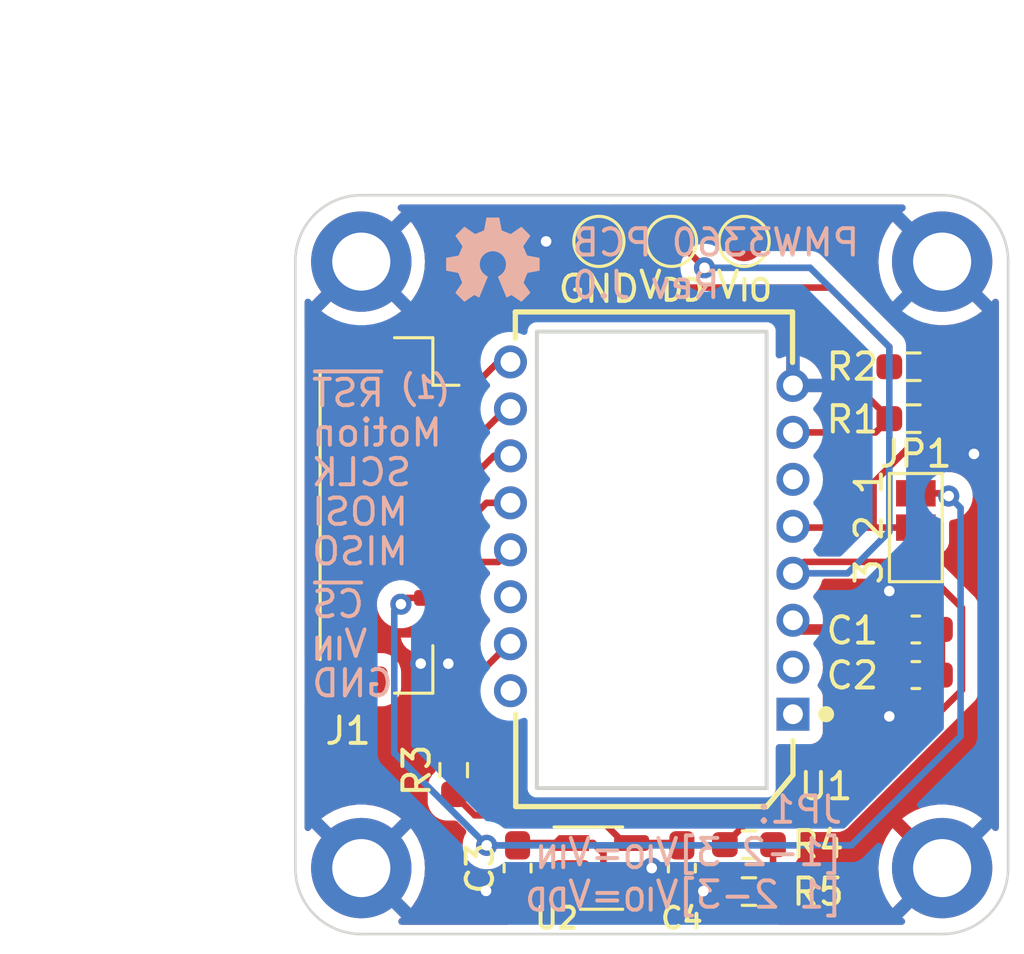
<source format=kicad_pcb>
(kicad_pcb (version 20221018) (generator pcbnew)
  (title_block (title "PMW3360 PCB") (date "2023-06-29") (rev "J.0") (company "SideraKB") (comment 1 "Open Source Hardware, CERN-OHL-P v2") (comment 2 "PMW3360DM-T2QU optical mouse sensor breakout board") (comment 3 "JST GH 1.25mm Connector"))
  (layers (0 "F.Cu" signal) (31 "B.Cu" signal) (34 "B.Paste" user) (35 "F.Paste" user) (36 "B.SilkS" user "B.Silkscreen") (37 "F.SilkS" user "F.Silkscreen") (38 "B.Mask" user) (39 "F.Mask" user) (44 "Edge.Cuts" user))
  (net 0 "")
  (net 1 "Net-(U1-VDDPIX)")
  (net 2 "GND")
  (net 3 "/MISO")
  (net 4 "/CS")
  (net 5 "/MOSI")
  (net 6 "/SCLK")
  (net 7 "/MOTION")
  (net 8 "/RESET")
  (net 9 "VDD")
  (net 10 "Net-(U1-LED_P)")
  (net 16 "V_{IO}")
  (net 17 "V_{IN}")
  (net 18 "Net-(U2-FB)")
  (footprint "Resistor_SMD:R_0603_1608Metric_Pad0.98x0.95mm_HandSolder" (layer "F.Cu") (at 197.0515 121.0338 180)
    (fp_text reference "R2" (at 2.3125 0) (layer "F.SilkS"))
    (fp_text value "10k")
    (fp_line (start -0.254724 -0.5225) (end 0.254724 -0.5225) (stroke (width 0.12)) (layer "F.SilkS"))
    (fp_line (start -0.254724 0.5225) (end 0.254724 0.5225) (stroke (width 0.12)) (layer "F.SilkS"))
    (pad "1" smd roundrect (at -0.9125 0 180) (size 0.975 0.95) (layers "F.Cu" "F.Paste" "F.Mask") (net 16 "V_{IO}"))
    (pad "2" smd roundrect (at 0.9125 0 180) (size 0.975 0.95) (layers "F.Cu" "F.Paste" "F.Mask") (net 3 "/MISO"))
  )
  (footprint "Resistor_SMD:R_0603_1608Metric_Pad0.98x0.95mm_HandSolder" (layer "F.Cu") (at 190.822 139.1448)
    (fp_text reference "R4" (at 2.617 -0.011) (layer "F.SilkS"))
    (fp_text value "28k")
    (fp_line (start -0.254724 -0.5225) (end 0.254724 -0.5225) (stroke (width 0.12)) (layer "F.SilkS"))
    (fp_line (start -0.254724 0.5225) (end 0.254724 0.5225) (stroke (width 0.12)) (layer "F.SilkS"))
    (pad "1" smd roundrect (at -0.9125 0) (size 0.975 0.95) (layers "F.Cu" "F.Paste" "F.Mask") (net 9 "VDD"))
    (pad "2" smd roundrect (at 0.9125 0) (size 0.975 0.95) (layers "F.Cu" "F.Paste" "F.Mask") (net 18 "Net-(U2-FB)"))
  )
  (footprint "PMW3360_PCB:PMW3360DM-T2QU 16Pin" (layer "F.Cu") (at 187.139 128.0338 90)
    (fp_text reference "U1" (at -8.9 6.6 180) (layer "F.SilkS"))
    (fp_text value "PMW3360DM-T2QU")
    (fp_line (start -9.668 -5.15) (end -6.168 -5.15) (stroke (width 0.2)) (layer "F.SilkS"))
    (fp_line (start -9.668 4.35) (end -9.668 -5.15) (stroke (width 0.2)) (layer "F.SilkS"))
    (fp_line (start -8.468 5.35) (end -9.668 4.35) (stroke (width 0.2)) (layer "F.SilkS"))
    (fp_line (start -7.168 5.35) (end -8.468 5.35) (stroke (width 0.2)) (layer "F.SilkS"))
    (fp_line (start 9.0772 -5.166) (end 8.0772 -5.166) (stroke (width 0.2)) (layer "F.SilkS"))
    (fp_line (start 9.0772 -5.166) (end 9.0772 5.334) (stroke (width 0.2)) (layer "F.SilkS"))
    (fp_line (start 9.0772 5.334) (end 7.1628 5.334) (stroke (width 0.2)) (layer "F.SilkS"))
    (fp_circle (center -6.168 6.604) (end -6.168 6.604) (stroke (width 0.61)) (fill solid) (layer "F.SilkS"))
    (fp_rect (start -8.968 4.35) (end 8.332 -4.35) (stroke (width 0.15)) (fill none) (layer "Edge.Cuts"))
    (pad "1" thru_hole rect locked (at -6.168 5.35 90) (size 1.25 1.25) (drill 0.75) (layers "*.Cu" "*.Mask"))
    (pad "2" thru_hole oval locked (at -4.388 5.35 90) (size 1.25 1.25) (drill 0.75) (layers "*.Cu" "*.Mask"))
    (pad "3" thru_hole oval locked (at -2.608 5.35 90) (size 1.25 1.25) (drill 0.75) (layers "*.Cu" "*.Mask") (net 1 "Net-(U1-VDDPIX)"))
    (pad "4" thru_hole oval locked (at -0.828 5.35 90) (size 1.25 1.25) (drill 0.75) (layers "*.Cu" "*.Mask") (net 9 "VDD"))
    (pad "5" thru_hole oval locked (at 0.952 5.35 90) (size 1.25 1.25) (drill 0.75) (layers "*.Cu" "*.Mask") (net 16 "V_{IO}"))
    (pad "6" thru_hole oval locked (at 2.732 5.35 90) (size 1.25 1.25) (drill 0.75) (layers "*.Cu" "*.Mask"))
    (pad "7" thru_hole oval locked (at 4.512 5.35 90) (size 1.25 1.25) (drill 0.75) (layers "*.Cu" "*.Mask") (net 8 "/RESET"))
    (pad "8" thru_hole oval locked (at 6.292 5.35 90) (size 1.25 1.25) (drill 0.75) (layers "*.Cu" "*.Mask") (net 2 "GND"))
    (pad "9" thru_hole oval locked (at 7.182 -5.35 90) (size 1.25 1.25) (drill 0.75) (layers "*.Cu" "*.Mask") (net 7 "/MOTION"))
    (pad "10" thru_hole oval locked (at 5.402 -5.35 90) (size 1.25 1.25) (drill 0.75) (layers "*.Cu" "*.Mask") (net 6 "/SCLK"))
    (pad "11" thru_hole oval locked (at 3.622 -5.35 90) (size 1.25 1.25) (drill 0.75) (layers "*.Cu" "*.Mask") (net 5 "/MOSI"))
    (pad "12" thru_hole oval locked (at 1.842 -5.35 90) (size 1.25 1.25) (drill 0.75) (layers "*.Cu" "*.Mask") (net 3 "/MISO"))
    (pad "13" thru_hole oval locked (at 0.062 -5.35 90) (size 1.25 1.25) (drill 0.75) (layers "*.Cu" "*.Mask") (net 4 "/CS"))
    (pad "14" thru_hole oval locked (at -1.718 -5.35 90) (size 1.25 1.25) (drill 0.75) (layers "*.Cu" "*.Mask"))
    (pad "15" thru_hole oval locked (at -3.498 -5.35 90) (size 1.25 1.25) (drill 0.75) (layers "*.Cu" "*.Mask") (net 10 "Net-(U1-LED_P)"))
    (pad "16" thru_hole oval locked (at -5.278 -5.35 90) (size 1.25 1.25) (drill 0.75) (layers "*.Cu" "*.Mask"))
    (zone (net 0) (net_name "") (layers "*.Cu" "F.CrtYd") (connect_pads (clearance 0)) (min_thickness 0.254)
      (keepout (tracks not_allowed) (vias not_allowed) (pads not_allowed) (copperpour not_allowed) (footprints not_allowed))
      (fill (thermal_gap 0.508) (thermal_bridge_width 0.508))
      (polygon (pts (xy 191.5078 119.7026) (xy 191.457 137.0254) (xy 182.7702 137.0254) (xy 182.7702 119.7026)))
    )
  )
  (footprint "MountingHole:MountingHole_2.2mm_M2_ISO14580_Pad" (layer "F.Cu") (at 176.139 140.0338)
    (fp_text reference "H1" hide)
    (fp_text value "MountingHole_Pad" hide)
    (pad "1" thru_hole circle locked (at 0 0) (size 3.8 3.8) (drill 2.2) (layers "*.Cu" "*.Mask") (net 2 "GND"))
  )
  (footprint "Resistor_SMD:R_0603_1608Metric_Pad0.98x0.95mm_HandSolder" (layer "F.Cu") (at 197.0515 123.0018 180)
    (fp_text reference "R1" (at 2.3125 -0.032) (layer "F.SilkS"))
    (fp_text value "10k")
    (fp_line (start -0.254724 -0.5225) (end 0.254724 -0.5225) (stroke (width 0.12)) (layer "F.SilkS"))
    (fp_line (start -0.254724 0.5225) (end 0.254724 0.5225) (stroke (width 0.12)) (layer "F.SilkS"))
    (pad "1" smd roundrect (at -0.9125 0 180) (size 0.975 0.95) (layers "F.Cu" "F.Paste" "F.Mask") (net 16 "V_{IO}"))
    (pad "2" smd roundrect (at 0.9125 0 180) (size 0.975 0.95) (layers "F.Cu" "F.Paste" "F.Mask") (net 8 "/RESET"))
  )
  (footprint "TestPoint:TestPoint_Pad_D1.5mm" (layer "F.Cu") (at 187.889 116.2838)
    (fp_text reference "TP2" hide)
    (fp_text value "V_{DD}")
    (fp_text user "V_{DD}" (at 0 1.65 unlocked) (layer "F.SilkS"))
    (fp_circle (center 0 0) (end 0 0.95) (stroke (width 0.12)) (fill none) (layer "F.SilkS"))
    (pad "1" smd circle (at 0 0) (size 1.5 1.5) (layers "F.Cu" "F.Mask") (net 9 "VDD"))
  )
  (footprint "Connector_JST:JST_GH_SM08B-GHS-TB_1x08-1MP_P1.25mm_Horizontal" (layer "F.Cu") (at 177.139 126.6698 -90)
    (fp_text reference "J1" (at 8.164 1.5 180) (layer "F.SilkS"))
    (fp_text value "Conn_01x08")
    (fp_line (start -6.735 -1.71) (end -4.935 -1.71) (stroke (width 0.12)) (layer "F.SilkS"))
    (fp_line (start -6.735 -0.26) (end -6.735 -1.71) (stroke (width 0.12)) (layer "F.SilkS"))
    (fp_line (start -5.465 2.56) (end 5.465 2.56) (stroke (width 0.12)) (layer "F.SilkS"))
    (fp_line (start -4.935 -1.71) (end -4.935 -2.7) (stroke (width 0.12)) (layer "F.SilkS"))
    (fp_line (start 6.735 -1.71) (end 4.935 -1.71) (stroke (width 0.12)) (layer "F.SilkS"))
    (fp_line (start 6.735 -0.26) (end 6.735 -1.71) (stroke (width 0.12)) (layer "F.SilkS"))
    (pad "1" smd roundrect (at -4.375 -1.85 270) (size 0.6 1.7) (layers "F.Cu" "F.Paste" "F.Mask") (roundrect_rratio 0) (chamfer_ratio 0.3) (chamfer top_left) (net 8 "/RESET"))
    (pad "2" smd roundrect (at -3.125 -1.85 270) (size 0.6 1.7) (layers "F.Cu" "F.Paste" "F.Mask") (net 7 "/MOTION"))
    (pad "3" smd roundrect (at -1.875 -1.85 270) (size 0.6 1.7) (layers "F.Cu" "F.Paste" "F.Mask") (net 6 "/SCLK"))
    (pad "4" smd roundrect (at -0.625 -1.85 270) (size 0.6 1.7) (layers "F.Cu" "F.Paste" "F.Mask") (net 5 "/MOSI"))
    (pad "5" smd roundrect (at 0.625 -1.85 270) (size 0.6 1.7) (layers "F.Cu" "F.Paste" "F.Mask") (net 3 "/MISO"))
    (pad "6" smd roundrect (at 1.875 -1.85 270) (size 0.6 1.7) (layers "F.Cu" "F.Paste" "F.Mask") (net 4 "/CS"))
    (pad "7" smd roundrect (at 3.125 -1.85 270) (size 0.6 1.7) (layers "F.Cu" "F.Paste" "F.Mask") (net 17 "V_{IN}"))
    (pad "8" smd roundrect (at 4.375 -1.85 270) (size 0.6 1.7) (layers "F.Cu" "F.Paste" "F.Mask") (net 2 "GND"))
    (pad "MP" smd roundrect (at -6.225 1.35 270) (size 1 2.7) (layers "F.Cu" "F.Paste" "F.Mask"))
    (pad "MP" smd roundrect (at 6.225 1.35 270) (size 1 2.7) (layers "F.Cu" "F.Paste" "F.Mask"))
  )
  (footprint "MountingHole:MountingHole_2.2mm_M2_ISO14580_Pad" (layer "F.Cu") (at 198.139 140.0338)
    (fp_text reference "H2" hide)
    (fp_text value "MountingHole_Pad" hide)
    (pad "1" thru_hole circle locked (at 0 0) (size 3.8 3.8) (drill 2.2) (layers "*.Cu" "*.Mask") (net 2 "GND"))
  )
  (footprint "Resistor_SMD:R_0603_1608Metric_Pad0.98x0.95mm_HandSolder" (layer "F.Cu") (at 179.639 136.3218 90)
    (fp_text reference "R3" (at -0.012 -1.4 90) (layer "F.SilkS"))
    (fp_text value "39R")
    (fp_line (start -0.254724 -0.5225) (end 0.254724 -0.5225) (stroke (width 0.12)) (layer "F.SilkS"))
    (fp_line (start -0.254724 0.5225) (end 0.254724 0.5225) (stroke (width 0.12)) (layer "F.SilkS"))
    (pad "1" smd roundrect (at -0.9125 0 90) (size 0.975 0.95) (layers "F.Cu" "F.Paste" "F.Mask") (net 9 "VDD"))
    (pad "2" smd roundrect (at 0.9125 0 90) (size 0.975 0.95) (layers "F.Cu" "F.Paste" "F.Mask") (net 10 "Net-(U1-LED_P)"))
  )
  (footprint "Capacitor_SMD:C_0603_1608Metric_Pad1.08x0.95mm_HandSolder" (layer "F.Cu") (at 188.282 140.0338 -90)
    (fp_text reference "C4" (at 1.9 0 180) (layer "F.SilkS") (effects (font (size 0.8 0.8))))
    (fp_text value "4.7uF")
    (fp_line (start -0.146267 -0.51) (end 0.146267 -0.51) (stroke (width 0.12)) (layer "F.SilkS"))
    (fp_line (start -0.146267 0.51) (end 0.146267 0.51) (stroke (width 0.12)) (layer "F.SilkS"))
    (pad "1" smd roundrect (at -0.8625 0 270) (size 1.075 0.95) (layers "F.Cu" "F.Paste" "F.Mask") (net 9 "VDD"))
    (pad "2" smd roundrect (at 0.8625 0 270) (size 1.075 0.95) (layers "F.Cu" "F.Paste" "F.Mask") (net 2 "GND"))
  )
  (footprint "MountingHole:MountingHole_2.2mm_M2_ISO14580_Pad" (layer "F.Cu") (at 176.139 117.0498)
    (fp_text reference "H4" hide)
    (fp_text value "MountingHole_Pad" hide)
    (pad "1" thru_hole circle locked (at 0 0) (size 3.8 3.8) (drill 2.2) (layers "*.Cu" "*.Mask") (net 2 "GND"))
  )
  (footprint "TestPoint:TestPoint_Pad_D1.5mm" (layer "F.Cu") (at 190.639 116.2838)
    (fp_text reference "TP1" hide)
    (fp_text value "V_{IO}")
    (fp_text user "V_{IO}" (at 0 1.65 unlocked) (layer "F.SilkS"))
    (fp_circle (center 0 0) (end 0 0.95) (stroke (width 0.12)) (fill none) (layer "F.SilkS"))
    (pad "1" smd circle (at 0 0) (size 1.5 1.5) (layers "F.Cu" "F.Mask") (net 16 "V_{IO}"))
  )
  (footprint "MountingHole:MountingHole_2.2mm_M2_ISO14580_Pad" (layer "F.Cu") (at 198.139 117.0498)
    (fp_text reference "H3" hide)
    (fp_text value "MountingHole_Pad" hide)
    (pad "1" thru_hole circle locked (at 0 0) (size 3.8 3.8) (drill 2.2) (layers "*.Cu" "*.Mask") (net 2 "GND"))
  )
  (footprint "Capacitor_SMD:C_0603_1608Metric_Pad1.08x0.95mm_HandSolder" (layer "F.Cu") (at 182.059 140.0338 -90)
    (fp_text reference "C3" (at 0 1.42 90) (layer "F.SilkS"))
    (fp_text value "1uF")
    (fp_line (start -0.146267 -0.51) (end 0.146267 -0.51) (stroke (width 0.12)) (layer "F.SilkS"))
    (fp_line (start -0.146267 0.51) (end 0.146267 0.51) (stroke (width 0.12)) (layer "F.SilkS"))
    (pad "1" smd roundrect (at -0.8625 0 270) (size 1.075 0.95) (layers "F.Cu" "F.Paste" "F.Mask") (net 17 "V_{IN}") (clearance 0.135))
    (pad "2" smd roundrect (at 0.8625 0 270) (size 1.075 0.95) (layers "F.Cu" "F.Paste" "F.Mask") (net 2 "GND") (clearance 0.135))
  )
  (footprint "TestPoint:TestPoint_Pad_D1.5mm" (layer "F.Cu") (at 185.139 116.2838)
    (fp_text reference "TP3" hide)
    (fp_text value "GND")
    (fp_text user "GND" (at 0 1.8024 unlocked) (layer "F.SilkS"))
    (fp_circle (center 0 0) (end 0 0.95) (stroke (width 0.12)) (fill none) (layer "F.SilkS"))
    (pad "1" smd circle (at 0 0) (size 1.5 1.5) (layers "F.Cu" "F.Mask") (net 2 "GND"))
  )
  (footprint "Capacitor_SMD:C_0603_1608Metric_Pad1.08x0.95mm_HandSolder" (layer "F.Cu") (at 197.1435 132.7178)
    (fp_text reference "C2" (at -2.4045 0.016) (layer "F.SilkS"))
    (fp_text value "100nF")
    (fp_line (start -0.146267 -0.51) (end 0.146267 -0.51) (stroke (width 0.12)) (layer "F.SilkS"))
    (fp_line (start -0.146267 0.51) (end 0.146267 0.51) (stroke (width 0.12)) (layer "F.SilkS"))
    (pad "1" smd roundrect (at -0.8625 0) (size 1.075 0.95) (layers "F.Cu" "F.Paste" "F.Mask") (net 1 "Net-(U1-VDDPIX)"))
    (pad "2" smd roundrect (at 0.8625 0) (size 1.075 0.95) (layers "F.Cu" "F.Paste" "F.Mask") (net 2 "GND"))
  )
  (footprint "Package_TO_SOT_SMD:SOT-23-5" (layer "F.Cu") (at 185.2395 140.0338)
    (fp_text reference "U2" (at -1.7005 1.9 180) (layer "F.SilkS") (effects (font (size 0.8 0.8))))
    (fp_text value "TPS73601DBV")
    (fp_line (start 0 -1.56) (end -1.8 -1.56) (stroke (width 0.12)) (layer "F.SilkS"))
    (fp_line (start 0 -1.56) (end 0.8 -1.56) (stroke (width 0.12)) (layer "F.SilkS"))
    (fp_line (start 0 1.56) (end -0.8 1.56) (stroke (width 0.12)) (layer "F.SilkS"))
    (fp_line (start 0 1.56) (end 0.8 1.56) (stroke (width 0.12)) (layer "F.SilkS"))
    (pad "1" smd roundrect (at -1.1375 -0.95) (size 1.325 0.6) (layers "F.Cu" "F.Paste" "F.Mask") (roundrect_rratio 0) (chamfer_ratio 0.3) (chamfer top_left) (net 17 "V_{IN}"))
    (pad "2" smd roundrect (at -1.1375 0) (size 1.325 0.6) (layers "F.Cu" "F.Paste" "F.Mask") (net 2 "GND"))
    (pad "3" smd roundrect (at -1.1375 0.95) (size 1.325 0.6) (layers "F.Cu" "F.Paste" "F.Mask") (net 17 "V_{IN}"))
    (pad "4" smd roundrect (at 1.1375 0.95) (size 1.325 0.6) (layers "F.Cu" "F.Paste" "F.Mask") (net 18 "Net-(U2-FB)"))
    (pad "5" smd roundrect (at 1.1375 -0.95) (size 1.325 0.6) (layers "F.Cu" "F.Paste" "F.Mask") (net 9 "VDD"))
  )
  (footprint "Resistor_SMD:R_0603_1608Metric_Pad0.98x0.95mm_HandSolder" (layer "F.Cu") (at 190.822 140.9228 180)
    (fp_text reference "R5" (at -2.617 -0.011 180) (layer "F.SilkS"))
    (fp_text value "56.2k")
    (fp_line (start -0.254724 -0.5225) (end 0.254724 -0.5225) (stroke (width 0.12)) (layer "F.SilkS"))
    (fp_line (start -0.254724 0.5225) (end 0.254724 0.5225) (stroke (width 0.12)) (layer "F.SilkS"))
    (pad "1" smd roundrect (at -0.9125 0 180) (size 0.975 0.95) (layers "F.Cu" "F.Paste" "F.Mask") (net 18 "Net-(U2-FB)"))
    (pad "2" smd roundrect (at 0.9125 0 180) (size 0.975 0.95) (layers "F.Cu" "F.Paste" "F.Mask") (net 2 "GND"))
  )
  (footprint "Jumper:SolderJumper-3_P1.3mm_Open_Pad1.0x1.5mm_NumberLabels" (layer "F.Cu") (at 197.1435 127.1298 -90)
    (fp_text reference "JP1" (at -2.796 0 180) (layer "F.SilkS"))
    (fp_text value "SolderJumper_3_Open")
    (fp_text user "1" (at -1.7272 1.778 90) (layer "F.SilkS"))
    (fp_text user "2" (at 0 1.778 90 unlocked) (layer "F.SilkS"))
    (fp_text user "3" (at 1.6764 1.778 90) (layer "F.SilkS"))
    (fp_line (start -2.05 -1) (end 2.05 -1) (stroke (width 0.12)) (layer "F.SilkS"))
    (fp_line (start -2.05 1) (end -2.05 -1) (stroke (width 0.12)) (layer "F.SilkS"))
    (fp_line (start 2.05 -1) (end 2.05 1) (stroke (width 0.12)) (layer "F.SilkS"))
    (fp_line (start 2.05 1) (end -2.05 1) (stroke (width 0.12)) (layer "F.SilkS"))
    (pad "1" smd rect (at -1.3 0 270) (size 1 1.5) (layers "F.Cu" "F.Mask") (net 17 "V_{IN}"))
    (pad "2" smd rect (at 0 0 270) (size 1 1.5) (layers "F.Cu" "F.Mask") (net 16 "V_{IO}"))
    (pad "3" smd rect (at 1.3 0 270) (size 1 1.5) (layers "F.Cu" "F.Mask") (net 9 "VDD") (clearance 0.135))
  )
  (footprint "Capacitor_SMD:C_0603_1608Metric_Pad1.08x0.95mm_HandSolder" (layer "F.Cu") (at 197.1435 130.9906)
    (fp_text reference "C1" (at -2.4045 0.0432) (layer "F.SilkS"))
    (fp_text value "4.7uF/10V")
    (fp_line (start -0.146267 -0.51) (end 0.146267 -0.51) (stroke (width 0.12)) (layer "F.SilkS"))
    (fp_line (start -0.146267 0.51) (end 0.146267 0.51) (stroke (width 0.12)) (layer "F.SilkS"))
    (pad "1" smd roundrect (at -0.8625 0) (size 1.075 0.95) (layers "F.Cu" "F.Paste" "F.Mask") (net 1 "Net-(U1-VDDPIX)"))
    (pad "2" smd roundrect (at 0.8625 0) (size 1.075 0.95) (layers "F.Cu" "F.Paste" "F.Mask") (net 2 "GND"))
  )
  (gr_poly (pts (xy 181.34805 115.379058) (xy 181.349057 115.379133) (xy 181.350059 115.379256) (xy 181.351055 115.379427) (xy 181.352043 115.379643) (xy 181.353021 115.379904) (xy 181.353989 115.380208) (xy 181.354943 115.380555) (xy 181.355884 115.380942) (xy 181.35681 115.38137) (xy 181.357718 115.381835) (xy 181.358609 115.382338) (xy 181.359479 115.382877) (xy 181.360328 115.383451) (xy 181.361153 115.384059) (xy 181.361955 115.384698) (xy 181.362731 115.385369) (xy 181.363479 115.38607) (xy 181.364198 115.386799) (xy 181.364887 115.387556) (xy 181.365544 115.388339) (xy 181.366168 115.389146) (xy 181.366757 115.389978) (xy 181.367309 115.390831) (xy 181.367824 115.391706) (xy 181.3683 115.392601) (xy 181.368734 115.393515) (xy 181.369127 115.394446) (xy 181.369475 115.395394) (xy 181.369778 115.396356) (xy 181.370035 115.397332) (xy 181.370243 115.398321) (xy 181.453984 115.848192) (xy 181.454195 115.849189) (xy 181.454452 115.850189) (xy 181.455096 115.852193) (xy 181.455904 115.854191) (xy 181.456865 115.856169) (xy 181.457967 115.858115) (xy 181.4592 115.860015) (xy 181.460551 115.861857) (xy 181.462011 115.863627) (xy 181.463566 115.865313) (xy 181.465207 115.866901) (xy 181.466922 115.868378) (xy 181.468699 115.869731) (xy 181.470528 115.870948) (xy 181.472397 115.872014) (xy 181.473342 115.872487) (xy 181.474294 115.872918) (xy 181.47525 115.873304) (xy 181.476209 115.873645) (xy 181.777728 115.997073) (xy 181.779601 115.997898) (xy 181.781588 115.998587) (xy 181.78367 115.999141) (xy 181.785831 115.999561) (xy 181.788053 115.99985) (xy 181.790318 116.000007) (xy 181.792609 116.000035) (xy 181.794909 115.999934) (xy 181.7972 115.999706) (xy 181.799464 115.999351) (xy 181.801684 115.998871) (xy 181.803843 115.998268) (xy 181.805923 115.997541) (xy 181.807907 115.996694) (xy 181.809777 115.995726) (xy 181.811515 115.994639) (xy 182.187356 115.736723) (xy 182.188202 115.736172) (xy 182.189074 115.735663) (xy 182.189969 115.735197) (xy 182.190885 115.734774) (xy 182.19182 115.734393) (xy 182.192773 115.734055) (xy 182.193741 115.733758) (xy 182.194723 115.733504) (xy 182.195717 115.733291) (xy 182.19672 115.733119) (xy 182.198748 115.7329) (xy 182.200792 115.732845) (xy 182.202837 115.732953) (xy 182.204868 115.733222) (xy 182.206868 115.73365) (xy 182.208823 115.734238) (xy 182.209779 115.73459) (xy 182.210718 115.734982) (xy 182.211638 115.735412) (xy 182.212537 115.735882) (xy 182.213413 115.73639) (xy 182.214265 115.736936) (xy 182.21509 115.73752) (xy 182.215886 115.738143) (xy 182.216652 115.738803) (xy 182.217386 115.739501) (xy 182.533907 116.056022) (xy 182.534605 116.056756) (xy 182.535265 116.057522) (xy 182.535887 116.058319) (xy 182.53647 116.059145) (xy 182.537016 116.059997) (xy 182.537522 116.060874) (xy 182.538419 116.062694) (xy 182.53916 116.064591) (xy 182.539744 116.066549) (xy 182.54017 116.068552) (xy 182.540436 116.070584) (xy 182.540541 116.072632) (xy 182.540485 116.074678) (xy 182.540266 116.076709) (xy 182.539882 116.078707) (xy 182.539334 116.080659) (xy 182.538997 116.081613) (xy 182.538619 116.082549) (xy 182.538199 116.083465) (xy 182.537736 116.08436) (xy 182.537232 116.085232) (xy 182.536685 116.086079) (xy 182.283267 116.455437) (xy 182.282177 116.457183) (xy 182.28121 116.459056) (xy 182.280366 116.461039) (xy 182.279647 116.463114) (xy 182.279054 116.465265) (xy 182.278588 116.467475) (xy 182.27825 116.469727) (xy 182.278041 116.472004) (xy 182.277963 116.474288) (xy 182.278016 116.476563) (xy 182.278201 116.478812) (xy 182.278519 116.481017) (xy 182.278972 116.483162) (xy 182.279561 116.48523) (xy 182.280287 116.487204) (xy 182.28115 116.489066) (xy 182.414474 116.80011) (xy 182.415235 116.80202) (xy 182.416172 116.803912) (xy 182.417269 116.805776) (xy 182.418515 116.8076) (xy 182.419896 116.809372) (xy 182.421399 116.811082) (xy 182.42301 116.812718) (xy 182.424717 116.814269) (xy 182.426506 116.815723) (xy 182.428364 116.817069) (xy 182.430277 116.818297) (xy 182.432233 116.819394) (xy 182.434219 116.82035) (xy 182.43622 116.821153) (xy 182.438224 116.821792) (xy 182.440218 116.822256) (xy 182.875166 116.903139) (xy 182.876153 116.903352) (xy 182.877127 116.903612) (xy 182.878087 116.90392) (xy 182.879033 116.904272) (xy 182.879962 116.904667) (xy 182.880874 116.905104) (xy 182.881767 116.905582) (xy 182.88264 116.906099) (xy 182.884323 116.907244) (xy 182.88591 116.908528) (xy 182.887394 116.909938) (xy 182.888763 116.911463) (xy 182.890007 116.913092) (xy 182.891118 116.914812) (xy 182.892084 116.916611) (xy 182.89251 116.917537) (xy 182.892896 116.918479) (xy 182.893241 116.919435) (xy 182.893543 116.920403) (xy 182.893802 116.921383) (xy 182.894017 116.922372) (xy 182.894185 116.923369) (xy 182.894306 116.924373) (xy 182.894379 116.925382) (xy 182.894402 116.926395) (xy 182.894349 117.374044) (xy 182.894323 117.375055) (xy 182.894248 117.376063) (xy 182.894125 117.377066) (xy 182.893954 117.378062) (xy 182.893737 117.379051) (xy 182.893476 117.380031) (xy 182.893171 117.381) (xy 182.892823 117.381956) (xy 182.892435 117.382899) (xy 182.892007 117.383826) (xy 182.89154 117.384737) (xy 182.891036 117.385629) (xy 182.890497 117.386501) (xy 182.889922 117.387352) (xy 182.889314 117.38818) (xy 182.888673 117.388983) (xy 182.888002 117.38976) (xy 182.887301 117.39051) (xy 182.886571 117.391231) (xy 182.885814 117.391922) (xy 182.885032 117.39258) (xy 182.884224 117.393205) (xy 182.883393 117.393795) (xy 182.882539 117.394348) (xy 182.881665 117.394863) (xy 182.880771 117.395338) (xy 182.879858 117.395773) (xy 182.878928 117.396164) (xy 182.877982 117.396512) (xy 182.877021 117.396814) (xy 182.876047 117.397068) (xy 182.875061 117.397274) (xy 182.450801 117.476226) (xy 182.449802 117.476431) (xy 182.448802 117.476682) (xy 182.4478 117.476978) (xy 182.4468 117.477317) (xy 182.444808 117.47812) (xy 182.44284 117.479079) (xy 182.440908 117.480182) (xy 182.439024 117.481418) (xy 182.437201 117.482776) (xy 182.435452 117.484243) (xy 182.433789 117.485808) (xy 182.432226 117.48746) (xy 182.430775 117.489186) (xy 182.429448 117.490975) (xy 182.428258 117.492816) (xy 182.427218 117.494696) (xy 182.426341 117.496605) (xy 182.425967 117.497566) (xy 182.425639 117.49853) (xy 182.293189 117.829392) (xy 182.29237 117.831274) (xy 182.291686 117.833267) (xy 182.291138 117.835354) (xy 182.290724 117.837517) (xy 182.290441 117.83974) (xy 182.29029 117.842005) (xy 182.290268 117.844295) (xy 182.290374 117.846593) (xy 182.290607 117.848881) (xy 182.290966 117.851142) (xy 182.291449 117.853359) (xy 182.292054 117.855515) (xy 182.292781 117.857592) (xy 182.293628 117.859573) (xy 182.294593 117.861441) (xy 182.295676 117.863179) (xy 182.536685 118.214361) (xy 182.537236 118.215207) (xy 182.537745 118.21608) (xy 182.53821 118.216975) (xy 182.538634 118.217892) (xy 182.539014 118.218829) (xy 182.539353 118.219783) (xy 182.53965 118.220753) (xy 182.539904 118.221736) (xy 182.540117 118.222732) (xy 182.540289 118.223737) (xy 182.540508 118.22577) (xy 182.540563 118.227819) (xy 182.540455 118.229869) (xy 182.540186 118.231904) (xy 182.539757 118.233909) (xy 182.53917 118.235869) (xy 182.538818 118.236827) (xy 182.538426 118.237768) (xy 182.537995 118.238689) (xy 182.537526 118.23959) (xy 182.537018 118.240468) (xy 182.536472 118.24132) (xy 182.535888 118.242146) (xy 182.535265 118.242944) (xy 182.534605 118.24371) (xy 182.533907 118.244444) (xy 182.217333 118.560965) (xy 182.216604 118.561658) (xy 182.215842 118.562314) (xy 182.215049 118.562932) (xy 182.214227 118.563513) (xy 182.213378 118.564056) (xy 182.212503 118.56456) (xy 182.210687 118.565454) (xy 182.208793 118.566194) (xy 182.206838 118.566778) (xy 182.204836 118.567205) (xy 182.202804 118.567474) (xy 182.200756 118.567582) (xy 182.198709 118.567529) (xy 182.196677 118.567313) (xy 182.194677 118.566933) (xy 182.192724 118.566387) (xy 182.19177 118.566052) (xy 182.190834 118.565675) (xy 182.189917 118.565255) (xy 182.189021 118.564794) (xy 182.188149 118.56429) (xy 182.187303 118.563743) (xy 181.842312 118.326967) (xy 181.840578 118.325888) (xy 181.838721 118.324941) (xy 181.836757 118.324128) (xy 181.834704 118.323448) (xy 181.832578 118.322903) (xy 181.830397 118.322491) (xy 181.828177 118.322215) (xy 181.825935 118.322073) (xy 181.823688 118.322066) (xy 181.821453 118.322195) (xy 181.819246 118.322459) (xy 181.817086 118.32286) (xy 181.814988 118.323397) (xy 181.81297 118.324071) (xy 181.811048 118.324882) (xy 181.809239 118.32583) (xy 181.657104 118.407057) (xy 181.656194 118.407489) (xy 181.655277 118.40787) (xy 181.654354 118.408198) (xy 181.653426 118.408476) (xy 181.652496 118.408702) (xy 181.651564 118.408879) (xy 181.650633 118.409007) (xy 181.649703 118.409086) (xy 181.648778 118.409116) (xy 181.647857 118.409099) (xy 181.646943 118.409035) (xy 181.646037 118.408925) (xy 181.645141 118.408768) (xy 181.644257 118.408566) (xy 181.643385 118.40832) (xy 181.642529 118.408029) (xy 181.641688 118.407695) (xy 181.640865 118.407318) (xy 181.640062 118.406898) (xy 181.639279 118.406437) (xy 181.63852 118.405934) (xy 181.637784 118.405391) (xy 181.637074 118.404807) (xy 181.636391 118.404184) (xy 181.635737 118.403523) (xy 181.635113 118.402823) (xy 181.634522 118.402085) (xy 181.633964 118.40131) (xy 181.633442 118.400498) (xy 181.632956 118.39965) (xy 181.632508 118.398767) (xy 181.632101 118.397849) (xy 181.318437 117.639871) (xy 181.318074 117.638928) (xy 181.31776 117.637971) (xy 181.317493 117.637001) (xy 181.317272 117.636021) (xy 181.317098 117.635031) (xy 181.31697 117.634035) (xy 181.316886 117.633033) (xy 181.316847 117.632028) (xy 181.316852 117.631021) (xy 181.3169 117.630014) (xy 181.31699 117.629009) (xy 181.317123 117.628008) (xy 181.317297 117.627012) (xy 181.317511 117.626023) (xy 181.317766 117.625044) (xy 181.31806 117.624075) (xy 181.318393 117.62312) (xy 181.318765 117.622178) (xy 181.319174 117.621253) (xy 181.31962 117.620347) (xy 181.320103 117.61946) (xy 181.320621 117.618594) (xy 181.321175 117.617753) (xy 181.321763 117.616937) (xy 181.322386 117.616147) (xy 181.323042 117.615387) (xy 181.32373 117.614658) (xy 181.324451 117.613961) (xy 181.325204 117.613298) (xy 181.325987 117.612671) (xy 181.326801 117.612083) (xy 181.327645 117.611534) (xy 181.365718 117.588224) (xy 181.368459 117.586479) (xy 181.371384 117.584487) (xy 181.37444 117.582292) (xy 181.377572 117.579936) (xy 181.380722 117.577464) (xy 181.383838 117.574919) (xy 181.386863 117.572344) (xy 181.389742 117.569783) (xy 181.414946 117.552531) (xy 181.439 117.5338) (xy 181.461838 117.513655) (xy 181.483394 117.492161) (xy 181.503603 117.469383) (xy 181.522399 117.445387) (xy 181.539717 117.420237) (xy 181.555491 117.394) (xy 181.569654 117.366741) (xy 181.582143 117.338524) (xy 181.59289 117.309415) (xy 181.60183 117.279479) (xy 181.608898 117.248782) (xy 181.614028 117.217388) (xy 181.617154 117.185363) (xy 181.61821 117.152773) (xy 181.617566 117.127297) (xy 181.615654 117.102155) (xy 181.612506 117.077379) (xy 181.608153 117.052999) (xy 181.602625 117.029048) (xy 181.595954 117.005555) (xy 181.588171 116.982552) (xy 181.579307 116.960071) (xy 181.569393 116.938141) (xy 181.558461 116.916795) (xy 181.546541 116.896063) (xy 181.533664 116.875977) (xy 181.519862 116.856568) (xy 181.505166 116.837866) (xy 181.489607 116.819903) (xy 181.473215 116.80271) (xy 181.456023 116.786318) (xy 181.438061 116.770758) (xy 181.41936 116.756061) (xy 181.399951 116.742259) (xy 181.379866 116.729382) (xy 181.359135 116.717462) (xy 181.33779 116.706529) (xy 181.315862 116.696615) (xy 181.293382 116.687751) (xy 181.270381 116.679968) (xy 181.24689 116.673297) (xy 181.22294 116.667769) (xy 181.198562 116.663415) (xy 181.173788 116.660267) (xy 181.148649 116.658355) (xy 181.123175 116.657711) (xy 181.097701 116.658355) (xy 181.072561 116.660267) (xy 181.047787 116.663415) (xy 181.023409 116.667769) (xy 180.999458 116.673297) (xy 180.975966 116.679968) (xy 180.952964 116.687751) (xy 180.930483 116.696615) (xy 180.908554 116.706529) (xy 180.887208 116.717462) (xy 180.866477 116.729382) (xy 180.84639 116.742259) (xy 180.82698 116.756061) (xy 180.808278 116.770758) (xy 180.790315 116.786318) (xy 180.773121 116.80271) (xy 180.756728 116.819903) (xy 180.741168 116.837866) (xy 180.72647 116.856568) (xy 180.712667 116.875977) (xy 180.69979 116.896063) (xy 180.687869 116.916795) (xy 180.676935 116.938141) (xy 180.66702 116.960071) (xy 180.658156 116.982552) (xy 180.650372 117.005555) (xy 180.6437 117.029048) (xy 180.638172 117.052999) (xy 180.633818 117.077379) (xy 180.630669 117.102155) (xy 180.628757 117.127297) (xy 180.628113 117.152773) (xy 180.628379 117.169135) (xy 180.62917 117.185363) (xy 180.630479 117.20145) (xy 180.632297 117.217388) (xy 180.634616 117.233168) (xy 180.637428 117.248782) (xy 180.640724 117.264221) (xy 180.644497 117.279479) (xy 180.648738 117.294546) (xy 180.653439 117.309415) (xy 180.658591 117.324077) (xy 180.664187 117.338524) (xy 180.670219 117.352748) (xy 180.676677 117.366741) (xy 180.690842 117.394) (xy 180.706617 117.420238) (xy 180.723935 117.445387) (xy 180.742732 117.469383) (xy 180.76294 117.492161) (xy 180.784495 117.513655) (xy 180.807331 117.5338) (xy 180.831381 117.552531) (xy 180.856581 117.569783) (xy 180.859476 117.572344) (xy 180.862512 117.574919) (xy 180.865634 117.577464) (xy 180.868788 117.579936) (xy 180.871921 117.582292) (xy 180.87498 117.584487) (xy 180.87791 117.586479) (xy 180.880658 117.588224) (xy 180.918731 117.611534) (xy 180.91958 117.612083) (xy 180.920398 117.612671) (xy 180.921185 117.613298) (xy 180.921941 117.613961) (xy 180.922665 117.614658) (xy 180.923356 117.615387) (xy 180.924639 117.616937) (xy 180.925784 117.618594) (xy 180.926786 117.620347) (xy 180.927642 117.622178) (xy 180.928346 117.624075) (xy 180.928893 117.626023) (xy 180.929279 117.628008) (xy 180.929499 117.630014) (xy 180.929548 117.632028) (xy 180.929421 117.634035) (xy 180.92929 117.635031) (xy 180.929114 117.636021) (xy 180.928891 117.637001) (xy 180.928621 117.637971) (xy 180.928304 117.638928) (xy 180.927939 117.639871) (xy 180.614249 118.397823) (xy 180.613842 118.398741) (xy 180.613394 118.399624) (xy 180.612908 118.400472) (xy 180.612385 118.401284) (xy 180.611826 118.40206) (xy 180.611234 118.402799) (xy 180.61061 118.403499) (xy 180.609955 118.404162) (xy 180.609272 118.404786) (xy 180.608561 118.40537) (xy 180.607824 118.405914) (xy 180.607064 118.406417) (xy 180.60628 118.40688) (xy 180.605476 118.4073) (xy 180.604653 118.407678) (xy 180.603811 118.408013) (xy 180.602954 118.408304) (xy 180.602082 118.408551) (xy 180.601197 118.408753) (xy 180.600301 118.40891) (xy 180.599395 118.409021) (xy 180.598481 118.409085) (xy 180.597561 118.409102) (xy 180.596635 118.409071) (xy 180.595706 118.408991) (xy 180.594776 118.408863) (xy 180.593845 118.408685) (xy 180.592916 118.408457) (xy 180.59199 118.408178) (xy 180.591069 118.407848) (xy 180.590153 118.407465) (xy 180.589246 118.407031) (xy 180.437111 118.325803) (xy 180.435306 118.324856) (xy 180.433388 118.324045) (xy 180.431372 118.323373) (xy 180.429275 118.322837) (xy 180.427115 118.322438) (xy 180.424909 118.322175) (xy 180.422673 118.322048) (xy 180.420425 118.322056) (xy 180.418182 118.322199) (xy 180.41596 118.322477) (xy 180.413777 118.322888) (xy 180.41165 118.323433) (xy 180.409595 118.324112) (xy 180.40763 118.324923) (xy 180.405772 118.325866) (xy 180.404038 118.326941) (xy 180.059074 118.563717) (xy 180.058225 118.564263) (xy 180.057351 118.564767) (xy 180.056453 118.565229) (xy 180.055535 118.565648) (xy 180.054597 118.566026) (xy 180.053642 118.566361) (xy 180.052672 118.566655) (xy 180.051687 118.566907) (xy 180.050692 118.567117) (xy 180.049687 118.567287) (xy 180.047655 118.567502) (xy 180.045607 118.567556) (xy 180.043559 118.567447) (xy 180.041527 118.567179) (xy 180.039525 118.566752) (xy 180.037569 118.566168) (xy 180.036613 118.565818) (xy 180.035674 118.565428) (xy 180.034755 118.565) (xy 180.033857 118.564534) (xy 180.032981 118.564029) (xy 180.032131 118.563487) (xy 180.031307 118.562906) (xy 180.030513 118.562288) (xy 180.029749 118.561632) (xy 180.029017 118.560939) (xy 179.712443 118.244417) (xy 179.711748 118.243684) (xy 179.711089 118.242917) (xy 179.710469 118.24212) (xy 179.709887 118.241294) (xy 179.709342 118.240441) (xy 179.708836 118.239564) (xy 179.707939 118.237741) (xy 179.707197 118.235843) (xy 179.706611 118.233883) (xy 179.706183 118.231878) (xy 179.705915 118.229842) (xy 179.705807 118.227792) (xy 179.705861 118.225743) (xy 179.706078 118.223711) (xy 179.70646 118.22171) (xy 179.707009 118.219757) (xy 179.707346 118.218802) (xy 179.707725 118.217866) (xy 179.708146 118.216949) (xy 179.70861 118.216053) (xy 179.709116 118.215181) (xy 179.709665 118.214334) (xy 179.950648 117.863153) (xy 179.951739 117.861415) (xy 179.952712 117.859547) (xy 179.953565 117.857566) (xy 179.954296 117.855489) (xy 179.954904 117.853333) (xy 179.955389 117.851116) (xy 179.955749 117.848855) (xy 179.955982 117.846567) (xy 179.956088 117.844269) (xy 179.956066 117.841979) (xy 179.955913 117.839714) (xy 179.95563 117.837491) (xy 179.955214 117.835328) (xy 179.954665 117.833241) (xy 179.953981 117.831248) (xy 179.953161 117.829366) (xy 179.820711 117.498504) (xy 179.820385 117.49754) (xy 179.820012 117.496579) (xy 179.819137 117.49467) (xy 179.818097 117.492789) (xy 179.816905 117.490949) (xy 179.815575 117.489159) (xy 179.81412 117.487433) (xy 179.812552 117.485782) (xy 179.810885 117.484217) (xy 179.809131 117.48275) (xy 179.807304 117.481392) (xy 179.805416 117.480156) (xy 179.80348 117.479052) (xy 179.80151 117.478093) (xy 179.799518 117.477291) (xy 179.797518 117.476656) (xy 179.796519 117.476405) (xy 179.795522 117.4762) (xy 179.371263 117.397248) (xy 179.370274 117.397042) (xy 179.369298 117.396788) (xy 179.368336 117.396486) (xy 179.367388 117.396138) (xy 179.366457 117.395746) (xy 179.365543 117.395312) (xy 179.364648 117.394837) (xy 179.363773 117.394322) (xy 179.362919 117.393768) (xy 179.362088 117.393179) (xy 179.360498 117.391895) (xy 179.359012 117.390484) (xy 179.35764 117.388957) (xy 179.356393 117.387325) (xy 179.35528 117.385603) (xy 179.354312 117.3838) (xy 179.353497 117.38193) (xy 179.35315 117.380973) (xy 179.352846 117.380005) (xy 179.352585 117.379025) (xy 179.352369 117.378036) (xy 179.352198 117.377039) (xy 179.352075 117.376036) (xy 179.352 117.375029) (xy 179.351975 117.374018) (xy 179.351948 116.926369) (xy 179.351974 116.925358) (xy 179.352048 116.924351) (xy 179.352171 116.923349) (xy 179.352341 116.922354) (xy 179.352557 116.921367) (xy 179.352817 116.920389) (xy 179.353121 116.919422) (xy 179.353467 116.918468) (xy 179.353853 116.917528) (xy 179.35428 116.916603) (xy 179.354745 116.915695) (xy 179.355247 116.914805) (xy 179.355785 116.913935) (xy 179.356358 116.913087) (xy 179.356965 116.912261) (xy 179.357604 116.91146) (xy 179.358274 116.910684) (xy 179.358974 116.909936) (xy 179.359703 116.909216) (xy 179.36046 116.908526) (xy 179.361242 116.907868) (xy 179.36205 116.907243) (xy 179.362882 116.906653) (xy 179.363736 116.906099) (xy 179.364611 116.905582) (xy 179.365507 116.905104) (xy 179.366422 116.904667) (xy 179.367354 116.904271) (xy 179.368303 116.90392) (xy 179.369267 116.903612) (xy 179.370245 116.903352) (xy 179.371237 116.903139) (xy 179.806159 116.822256) (xy 179.807158 116.822046) (xy 179.808162 116.821792) (xy 179.810173 116.821153) (xy 179.81218 116.82035) (xy 179.81417 116.819394) (xy 179.816129 116.818297) (xy 179.818044 116.817069) (xy 179.819902 116.815723) (xy 179.82169 116.814269) (xy 179.823395 116.812718) (xy 179.825004 116.811082) (xy 179.826503 116.809372) (xy 179.82788 116.8076) (xy 179.829122 116.805776) (xy 179.830215 116.803912) (xy 179.831146 116.80202) (xy 179.831547 116.801066) (xy 179.831903 116.80011) (xy 179.965253 116.489066) (xy 179.966111 116.487204) (xy 179.966833 116.48523) (xy 179.967419 116.483162) (xy 179.967869 116.481017) (xy 179.968186 116.478812) (xy 179.96837 116.476563) (xy 179.968423 116.474288) (xy 179.968345 116.472004) (xy 179.968138 116.469727) (xy 179.967803 116.467475) (xy 179.96734 116.465265) (xy 179.966752 116.463114) (xy 179.966039 116.461039) (xy 179.965202 116.459056) (xy 179.964243 116.457183) (xy 179.963162 116.455437) (xy 179.709718 116.086079) (xy 179.709167 116.085232) (xy 179.708658 116.08436) (xy 179.708193 116.083465) (xy 179.70777 116.082549) (xy 179.70739 116.081613) (xy 179.707052 116.080659) (xy 179.706756 116.07969) (xy 179.706502 116.078707) (xy 179.70629 116.077713) (xy 179.706119 116.076709) (xy 179.705902 116.074678) (xy 179.705849 116.072632) (xy 179.705958 116.070584) (xy 179.706228 116.068552) (xy 179.706657 116.066549) (xy 179.707244 116.064591) (xy 179.707597 116.063634) (xy 179.707988 116.062694) (xy 179.708418 116.061774) (xy 179.708886 116.060874) (xy 179.709393 116.059997) (xy 179.709938 116.059145) (xy 179.710521 116.058319) (xy 179.711142 116.057522) (xy 179.7118 116.056756) (xy 179.712496 116.056022) (xy 180.029044 115.739501) (xy 180.029775 115.738803) (xy 180.030539 115.738143) (xy 180.031334 115.73752) (xy 180.032157 115.736936) (xy 180.033008 115.73639) (xy 180.033883 115.735882) (xy 180.035701 115.734982) (xy 180.037596 115.734238) (xy 180.039552 115.733651) (xy 180.041554 115.733222) (xy 180.043586 115.732953) (xy 180.045634 115.732845) (xy 180.047681 115.7329) (xy 180.049713 115.733119) (xy 180.051714 115.733504) (xy 180.053669 115.734055) (xy 180.054624 115.734393) (xy 180.055562 115.734774) (xy 180.05648 115.735197) (xy 180.057377 115.735663) (xy 180.058252 115.736172) (xy 180.059101 115.736723) (xy 180.434915 115.994639) (xy 180.436648 115.995726) (xy 180.438514 115.996694) (xy 180.440494 115.997541) (xy 180.442571 115.998268) (xy 180.444728 115.998871) (xy 180.446947 115.999351) (xy 180.44921 115.999706) (xy 180.451501 115.999934) (xy 180.453801 116.000035) (xy 180.456093 116.000007) (xy 180.45836 115.99985) (xy 180.460584 115.999562) (xy 180.462747 115.999141) (xy 180.464833 115.998587) (xy 180.466824 115.997898) (xy 180.468702 115.997073) (xy 180.770248 115.873645) (xy 180.772167 115.872918) (xy 180.774067 115.872014) (xy 180.775938 115.870948) (xy 180.777768 115.869731) (xy 180.779546 115.868378) (xy 180.781261 115.866901) (xy 180.782901 115.865313) (xy 180.784456 115.863627) (xy 180.785913 115.861857) (xy 180.787263 115.860015) (xy 180.788494 115.858115) (xy 180.789595 115.856169) (xy 180.790554 115.854191) (xy 180.791361 115.852193) (xy 180.792004 115.850189) (xy 180.792472 115.848192) (xy 180.876187 115.398321) (xy 180.876395 115.397332) (xy 180.876651 115.396356) (xy 180.876955 115.395394) (xy 180.877303 115.394446) (xy 180.877695 115.393515) (xy 180.87813 115.392601) (xy 180.878605 115.391706) (xy 180.87912 115.390831) (xy 180.879672 115.389978) (xy 180.880261 115.389146) (xy 180.881541 115.387556) (xy 180.882949 115.38607) (xy 180.884471 115.384698) (xy 180.886097 115.383451) (xy 180.887815 115.382338) (xy 180.889611 115.38137) (xy 180.890535 115.380942) (xy 180.891475 115.380555) (xy 180.892428 115.380208) (xy 180.893394 115.379904) (xy 180.894371 115.379643) (xy 180.895357 115.379427) (xy 180.896351 115.379256) (xy 180.897351 115.379133) (xy 180.898356 115.379058) (xy 180.899364 115.379033) (xy 181.347039 115.379033)) (fill solid) (layer "B.SilkS"))
  (gr_arc (start 176.139 142.5338) (mid 174.371233 141.801567) (end 173.639 140.0338) (stroke (width 0.1)) (layer "Edge.Cuts"))
  (gr_line (start 173.639 140.0338) (end 173.639 117.0338) (stroke (width 0.1)) (layer "Edge.Cuts"))
  (gr_line (start 200.639 117.0338) (end 200.639 140.0338) (stroke (width 0.1)) (layer "Edge.Cuts"))
  (gr_arc (start 198.139 114.5338) (mid 199.906767 115.266033) (end 200.639 117.0338) (stroke (width 0.1)) (layer "Edge.Cuts"))
  (gr_line (start 198.139 142.5338) (end 176.139 142.5338) (stroke (width 0.1)) (layer "Edge.Cuts"))
  (gr_line (start 176.139 114.5338) (end 198.139 114.5338) (stroke (width 0.1)) (layer "Edge.Cuts"))
  (gr_arc (start 200.639 140.0338) (mid 199.906767 141.801567) (end 198.139 142.5338) (stroke (width 0.1)) (layer "Edge.Cuts"))
  (gr_arc (start 173.639 117.0338) (mid 174.371233 115.266033) (end 176.139 114.5338) (stroke (width 0.1)) (layer "Edge.Cuts"))
  (gr_text "SCLK" (at 176.139 125.0338) (layer "B.SilkS") (effects (font (size 1 1)) (justify mirror)))
  (gr_text "~{CS}" (at 175.258047 130.0338) (layer "B.SilkS") (effects (font (size 1 1)) (justify mirror)))
  (gr_text "Motion" (at 176.734238 123.5338) (layer "B.SilkS") (effects (font (size 1 1)) (justify mirror)))
  (gr_text "JP1:\n[1-2 3]V_{IO}=V_{IN}\n[1 2-3]V_{IO}=V_{DD}" (at 194.439 139.4338) (layer "B.SilkS") (effects (font (size 1 1)) (justify left mirror)))
  (gr_text "(1)" (at 178.590948 121.821639) (layer "B.SilkS") (effects (font (size 0.8 0.8) (thickness 0.15) italic) (justify mirror)))
  (gr_text "V_{IN}" (at 175.319952 131.5338) (layer "B.SilkS") (effects (font (size 1 1)) (justify mirror)))
  (gr_text "GND" (at 175.805666 133.0338) (layer "B.SilkS") (effects (font (size 1 1)) (justify mirror)))
  (gr_text "~{RST}" (at 175.639 122.0338) (layer "B.SilkS") (effects (font (size 1 1)) (justify mirror)))
  (gr_text "MOSI" (at 176.091381 126.5338) (layer "B.SilkS") (effects (font (size 1 1)) (justify mirror)))
  (gr_text "${TITLE}\nRev ${REVISION}" (at 184.039 117.1338) (layer "B.SilkS") (effects (font (size 1 1)) (justify right mirror)))
  (gr_text "MISO" (at 176.091381 128.0338) (layer "B.SilkS") (effects (font (size 1 1)) (justify mirror)))
  (segment (start 192.8378 130.9906) (end 196.281 130.9906) (width 0.4) (layer "F.Cu") (net 1))
  (segment (start 192.489 130.6418) (end 192.8378 130.9906) (width 0.25) (layer "F.Cu") (net 1))
  (segment (start 196.281 130.9906) (end 196.281 132.7178) (width 0.4) (layer "F.Cu") (net 1))
  (segment (start 198.006 130.9906) (end 198.006 132.7178) (width 0.25) (layer "F.Cu") (net 2))
  (segment (start 182.059 140.8963) (end 182.53 140.8963) (width 0.35) (layer "F.Cu") (net 2))
  (segment (start 187.139 140.0338) (end 187.393 140.0338) (width 0.25) (layer "F.Cu") (net 2))
  (segment (start 182.53 140.8963) (end 183.3925 140.0338) (width 0.35) (layer "F.Cu") (net 2))
  (segment (start 196.139 134.2838) (end 196.639 134.2838) (width 0.25) (layer "F.Cu") (net 2))
  (segment (start 183.3925 140.0338) (end 184.102 140.0338) (width 0.35) (layer "F.Cu") (net 2))
  (segment (start 197.139 129.5338) (end 198.006 130.4008) (width 0.25) (layer "F.Cu") (net 2))
  (segment (start 189.9095 140.9228) (end 189.933 140.9228) (width 0.25) (layer "F.Cu") (net 2))
  (segment (start 189.883 140.8963) (end 189.9095 140.9228) (width 0.25) (layer "F.Cu") (net 2))
  (segment (start 198.006 132.9168) (end 198.006 132.7178) (width 0.25) (layer "F.Cu") (net 2))
  (segment (start 196.139 129.5338) (end 197.139 129.5338) (width 0.25) (layer "F.Cu") (net 2))
  (segment (start 188.2555 140.8963) (end 188.282 140.8963) (width 0.25) (layer "F.Cu") (net 2))
  (segment (start 196.639 134.2838) (end 198.006 132.9168) (width 0.25) (layer "F.Cu") (net 2))
  (segment (start 187.393 140.0338) (end 188.2555 140.8963) (width 0.25) (layer "F.Cu") (net 2))
  (segment (start 188.282 140.8963) (end 189.883 140.8963) (width 0.25) (layer "F.Cu") (net 2))
  (segment (start 198.006 130.4008) (end 198.006 130.9906) (width 0.25) (layer "F.Cu") (net 2))
  (via (at 180.864804 140.897266) (size 0.8) (drill 0.4) (layers "F.Cu" "B.Cu") (net 2))
  (via (at 196.139 129.5338) (size 0.8) (drill 0.4) (layers "F.Cu" "B.Cu") (net 2))
  (via (at 179.435696 132.286425) (size 0.8) (drill 0.4) (layers "F.Cu" "B.Cu") (net 2))
  (via (at 189.093914 140.907382) (size 0.8) (drill 0.4) (layers "F.Cu" "B.Cu") (net 2))
  (via (at 196.139 134.2838) (size 0.8) (drill 0.4) (layers "F.Cu" "B.Cu") (net 2))
  (via (at 187.139 140.0338) (size 0.8) (drill 0.4) (layers "F.Cu" "B.Cu") (net 2))
  (via (at 178.389 132.2838) (size 0.8) (drill 0.4) (layers "F.Cu" "B.Cu") (net 2))
  (via (at 199.345199 124.337394) (size 0.8) (drill 0.4) (layers "F.Cu" "B.Cu") (net 2))
  (via (at 183.139 116.2838) (size 0.8) (drill 0.4) (layers "F.Cu" "B.Cu") (net 2))
  (segment (start 196.139 120.2838) (end 193.889 118.0338) (width 0.25) (layer "F.Cu") (net 3))
  (segment (start 178.4 127.2948) (end 178.989 127.2948) (width 0.25) (layer "F.Cu") (net 3))
  (segment (start 196.139 121.0338) (end 196.139 120.2838) (width 0.25) (layer "F.Cu") (net 3))
  (segment (start 193.889 118.0338) (end 180.389 118.0338) (width 0.25) (layer "F.Cu") (net 3))
  (segment (start 177.639 120.7838) (end 177.639 126.5338) (width 0.25) (layer "F.Cu") (net 3))
  (segment (start 177.639 126.5338) (end 178.4 127.2948) (width 0.25) (layer "F.Cu") (net 3))
  (segment (start 180.389 118.0338) (end 177.639 120.7838) (width 0.25) (layer "F.Cu") (net 3))
  (segment (start 180.881 126.1918) (end 181.789 126.1918) (width 0.25) (layer "F.Cu") (net 3))
  (segment (start 179.778 127.2948) (end 180.881 126.1918) (width 0.25) (layer "F.Cu") (net 3))
  (segment (start 178.989 127.2948) (end 179.778 127.2948) (width 0.25) (layer "F.Cu") (net 3))
  (segment (start 179.1 128.4338) (end 178.989 128.5448) (width 0.25) (layer "F.Cu") (net 4))
  (segment (start 181.327 128.4338) (end 179.1 128.4338) (width 0.25) (layer "F.Cu") (net 4))
  (segment (start 181.789 127.9718) (end 181.327 128.4338) (width 0.25) (layer "F.Cu") (net 4))
  (segment (start 179.528 126.0448) (end 181.161 124.4118) (width 0.25) (layer "F.Cu") (net 5))
  (segment (start 178.989 126.0448) (end 179.528 126.0448) (width 0.25) (layer "F.Cu") (net 5))
  (segment (start 181.161 124.4118) (end 181.789 124.4118) (width 0.25) (layer "F.Cu") (net 5))
  (segment (start 179.452 124.7948) (end 181.615 122.6318) (width 0.25) (layer "F.Cu") (net 6))
  (segment (start 181.615 122.6318) (end 181.789 122.6318) (width 0.25) (layer "F.Cu") (net 6))
  (segment (start 178.989 124.7948) (end 179.452 124.7948) (width 0.25) (layer "F.Cu") (net 6))
  (segment (start 178.989 123.5448) (end 179.428 123.5448) (width 0.25) (layer "F.Cu") (net 7))
  (segment (start 179.428 123.5448) (end 180.339 122.6338) (width 0.25) (layer "F.Cu") (net 7))
  (segment (start 181.321 120.8518) (end 181.789 120.8518) (width 0.25) (layer "F.Cu") (net 7))
  (segment (start 180.339 121.8338) (end 181.321 120.8518) (width 0.25) (layer "F.Cu") (net 7))
  (segment (start 180.339 122.6338) (end 180.339 121.8338) (width 0.25) (layer "F.Cu") (net 7))
  (segment (start 194.527 123.5218) (end 195.619 123.5218) (width 0.25) (layer "F.Cu") (net 8))
  (segment (start 194.889 120.420196) (end 194.889 121.7518) (width 0.25) (layer "F.Cu") (net 8))
  (segment (start 192.489 123.5218) (end 194.527 123.5218) (width 0.25) (layer "F.Cu") (net 8))
  (segment (start 178.989 120.5588) (end 180.764 118.7838) (width 0.25) (layer "F.Cu") (net 8))
  (segment (start 193.252604 118.7838) (end 194.889 120.420196) (width 0.25) (layer "F.Cu") (net 8))
  (segment (start 178.989 122.2948) (end 178.989 120.5588) (width 0.25) (layer "F.Cu") (net 8))
  (segment (start 180.764 118.7838) (end 193.252604 118.7838) (width 0.25) (layer "F.Cu") (net 8))
  (segment (start 195.619 123.5218) (end 196.139 123.0018) (width 0.25) (layer "F.Cu") (net 8))
  (segment (start 194.889 121.7518) (end 196.139 123.0018) (width 0.25) (layer "F.Cu") (net 8))
  (segment (start 191.0205 138.0338) (end 194.139 138.0338) (width 0.25) (layer "F.Cu") (net 9))
  (segment (start 192.921 128.4298) (end 197.1435 128.4298) (width 0.25) (layer "F.Cu") (net 9))
  (segment (start 188.1945 139.0838) (end 188.282 139.1713) (width 0.25) (layer "F.Cu") (net 9))
  (segment (start 186.089 139.0838) (end 186.377 139.0838) (width 0.25) (layer "F.Cu") (net 9))
  (segment (start 186.377 139.0838) (end 188.1945 139.0838) (width 0.25) (layer "F.Cu") (net 9))
  (segment (start 189.9095 139.1448) (end 191.0205 138.0338) (width 0.25) (layer "F.Cu") (net 9))
  (segment (start 192.489 128.8618) (end 192.921 128.4298) (width 0.25) (layer "F.Cu") (net 9))
  (segment (start 198.889 133.2838) (end 198.889 130.1753) (width 0.25) (layer "F.Cu") (net 9))
  (segment (start 188.139 116.2838) (end 189.139 117.2838) (width 0.25) (layer "F.Cu") (net 9))
  (segment (start 187.889 116.2838) (end 188.139 116.2838) (width 0.25) (layer "F.Cu") (net 9))
  (segment (start 179.639 137.2343) (end 180.4385 138.0338) (width 0.25) (layer "F.Cu") (net 9))
  (segment (start 188.282 139.1713) (end 189.883 139.1713) (width 0.25) (layer "F.Cu") (net 9))
  (segment (start 189.883 139.1713) (end 189.9095 139.1448) (width 0.25) (layer "F.Cu") (net 9))
  (segment (start 185.039 138.0338) (end 186.089 139.0838) (width 0.25) (layer "F.Cu") (net 9))
  (segment (start 198.889 130.1753) (end 197.1435 128.4298) (width 0.25) (layer "F.Cu") (net 9))
  (segment (start 194.139 138.0338) (end 198.889 133.2838) (width 0.25) (layer "F.Cu") (net 9))
  (segment (start 180.4385 138.0338) (end 185.039 138.0338) (width 0.25) (layer "F.Cu") (net 9))
  (via (at 189.139 117.2838) (size 0.8) (drill 0.4) (layers "F.Cu" "B.Cu") (net 9))
  (segment (start 189.139 117.2838) (end 193.139 117.2838) (width 0.25) (layer "B.Cu") (net 9))
  (segment (start 196.139 120.2838) (end 196.139 127.2838) (width 0.25) (layer "B.Cu") (net 9))
  (segment (start 193.139 117.2838) (end 196.139 120.2838) (width 0.25) (layer "B.Cu") (net 9))
  (segment (start 196.139 127.2838) (end 194.561 128.8618) (width 0.25) (layer "B.Cu") (net 9))
  (segment (start 194.561 128.8618) (end 192.489 128.8618) (width 0.25) (layer "B.Cu") (net 9))
  (segment (start 179.639 133.6338) (end 179.639 135.4093) (width 0.25) (layer "F.Cu") (net 10))
  (segment (start 181.741 131.5318) (end 179.639 133.6338) (width 0.25) (layer "F.Cu") (net 10))
  (segment (start 181.789 131.5318) (end 181.741 131.5318) (width 0.25) (layer "F.Cu") (net 10))
  (segment (start 192.537 127.1298) (end 192.489 127.0818) (width 0.25) (layer "F.Cu") (net 16))
  (segment (start 197.1435 127.1298) (end 195.543 127.1298) (width 0.25) (layer "F.Cu") (net 16))
  (segment (start 195.543 125.4228) (end 195.543 127.1298) (width 0.25) (layer "F.Cu") (net 16))
  (segment (start 197.964 123.0018) (end 195.543 125.4228) (width 0.25) (layer "F.Cu") (net 16))
  (segment (start 197.964 121.0338) (end 197.964 123.0018) (width 0.25) (layer "F.Cu") (net 16))
  (segment (start 190.639 116.2838) (end 193.214 116.2838) (width 0.25) (layer "F.Cu") (net 16))
  (segment (start 193.214 116.2838) (end 197.964 121.0338) (width 0.25) (layer "F.Cu") (net 16))
  (segment (start 195.543 127.1298) (end 192.537 127.1298) (width 0.25) (layer "F.Cu") (net 16))
  (segment (start 198.389 125.9338) (end 198.285 125.8298) (width 0.25) (layer "F.Cu") (net 17))
  (segment (start 177.639 130.0338) (end 177.878 129.7948) (width 0.25) (layer "F.Cu") (net 17))
  (segment (start 177.878 129.7948) (end 178.989 129.7948) (width 0.25) (layer "F.Cu") (net 17))
  (segment (start 184.919 140.9838) (end 185.3102 140.5926) (width 0.25) (layer "F.Cu") (net 17))
  (segment (start 182.1465 139.0838) (end 182.059 139.1713) (width 0.25) (layer "F.Cu") (net 17))
  (segment (start 184.102 139.0838) (end 182.1465 139.0838) (width 0.25) (layer "F.Cu") (net 17))
  (segment (start 184.919 139.0838) (end 184.102 139.0838) (width 0.25) (layer "F.Cu") (net 17))
  (segment (start 184.102 140.9838) (end 184.919 140.9838) (width 0.25) (layer "F.Cu") (net 17))
  (segment (start 180.889 139.1713) (end 182.059 139.1713) (width 0.25) (layer "F.Cu") (net 17))
  (segment (start 185.3102 140.5926) (end 185.3102 139.475) (width 0.25) (layer "F.Cu") (net 17))
  (segment (start 198.285 125.8298) (end 197.1435 125.8298) (width 0.25) (layer "F.Cu") (net 17))
  (segment (start 185.3102 139.475) (end 184.919 139.0838) (width 0.25) (layer "F.Cu") (net 17))
  (via (at 198.389 125.9338) (size 0.8) (drill 0.4) (layers "F.Cu" "B.Cu") (net 17))
  (via (at 180.889 139.1713) (size 0.8) (drill 0.4) (layers "F.Cu" "B.Cu") (net 17))
  (via (at 177.639 130.0338) (size 0.8) (drill 0.4) (layers "F.Cu" "B.Cu") (net 17))
  (segment (start 177.639 130.0338) (end 177.389 130.2838) (width 0.25) (layer "B.Cu") (net 17))
  (segment (start 177.389 130.2838) (end 177.389 135.6713) (width 0.25) (layer "B.Cu") (net 17))
  (segment (start 198.839 126.3838) (end 198.389 125.9338) (width 0.25) (layer "B.Cu") (net 17))
  (segment (start 198.839 135.0338) (end 198.839 126.3838) (width 0.25) (layer "B.Cu") (net 17))
  (segment (start 180.889 139.1713) (end 194.7015 139.1713) (width 0.25) (layer "B.Cu") (net 17))
  (segment (start 194.7015 139.1713) (end 198.839 135.0338) (width 0.25) (layer "B.Cu") (net 17))
  (segment (start 177.389 135.6713) (end 180.889 139.1713) (width 0.25) (layer "B.Cu") (net 17))
  (segment (start 191.13895 141.81235) (end 187.04555 141.81235) (width 0.25) (layer "F.Cu") (net 18))
  (segment (start 191.7345 139.1448) (end 191.7345 140.9228) (width 0.25) (layer "F.Cu") (net 18))
  (segment (start 191.7345 140.9228) (end 191.7345 141.2168) (width 0.25) (layer "F.Cu") (net 18))
  (segment (start 191.7345 141.2168) (end 191.13895 141.81235) (width 0.25) (layer "F.Cu") (net 18))
  (segment (start 187.04555 141.81235) (end 186.377 141.1438) (width 0.25) (layer "F.Cu") (net 18))
  (segment (start 186.377 141.1438) (end 186.377 140.9838) (width 0.25) (layer "F.Cu") (net 18))
  (zone (net 2) (net_name "GND") (layers "F&B.Cu") (connect_pads (clearance 0.508)) (min_thickness 0.254) (fill yes (thermal_gap 0.508) (thermal_bridge_width 0.508))
    (polygon (pts (xy 200.639 142.5338) (xy 173.639 142.5338) (xy 173.639 114.5338) (xy 200.639 114.5338)))
  )
)
</source>
